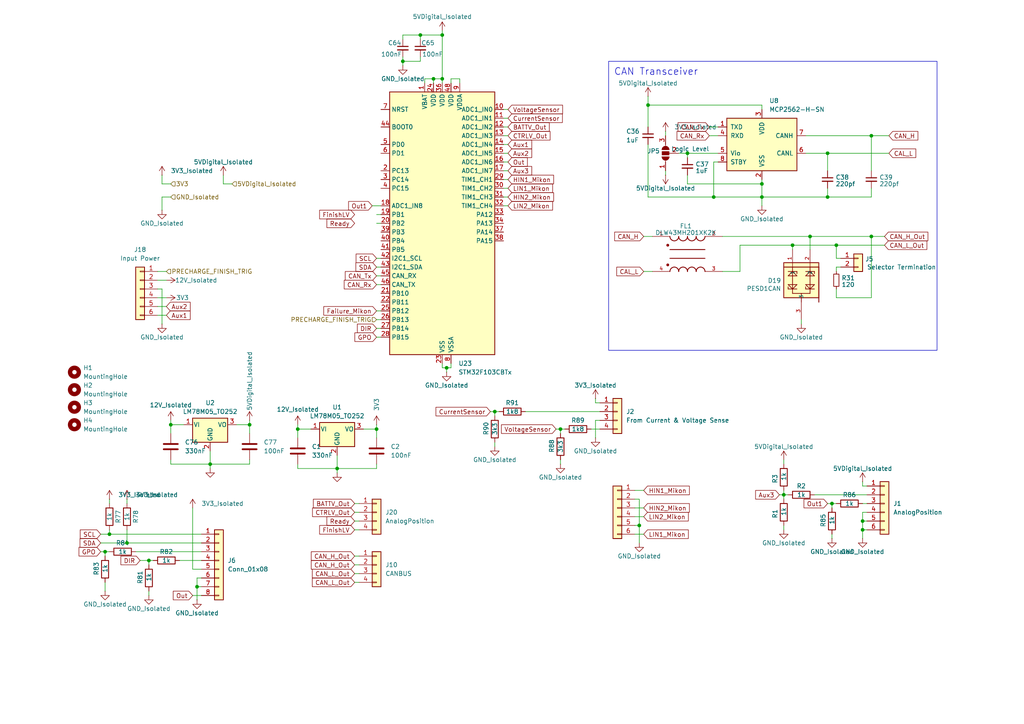
<source format=kicad_sch>
(kicad_sch (version 20250114) (generator "eeschema") (generator_version "9.0")
  (paper "A4")
  (rectangle (start 176.53 17.78) (end 271.78 101.6))
  (text "CAN Transceiver" (at 178.054 22.098 0) (effects (font (size 2.0066 2.0066)) (justify left bottom)))
  (junction (at 86.36 124.46))
  (junction (at 129.54 106.68))
  (junction (at 229.87 71.12))
  (junction (at 121.92 10.16))
  (junction (at 97.79 135.89))
  (junction (at 252.73 39.37))
  (junction (at 109.22 124.46))
  (junction (at 128.27 10.16))
  (junction (at 162.56 124.46))
  (junction (at 240.03 44.45))
  (junction (at 143.51 119.38))
  (junction (at 57.15 170.18))
  (junction (at 252.73 68.58))
  (junction (at 250.19 153.67))
  (junction (at 220.98 57.15))
  (junction (at 116.84 17.78))
  (junction (at 250.19 151.13))
  (junction (at 242.57 71.12))
  (junction (at 185.42 152.4))
  (junction (at 234.95 68.58))
  (junction (at 49.53 123.19))
  (junction (at 72.39 123.19))
  (junction (at 240.03 57.15))
  (junction (at 227.33 143.51))
  (junction (at 199.39 44.45))
  (junction (at 128.27 22.86))
  (junction (at 30.48 160.02))
  (junction (at 43.18 162.56))
  (junction (at 187.96 30.48))
  (junction (at 125.73 22.86))
  (junction (at 31.75 154.94))
  (junction (at 60.96 134.62))
  (junction (at 241.3 146.05))
  (junction (at 207.01 57.15))
  (junction (at 36.83 157.48))
  (junction (at 220.98 53.34))
  (wire (pts (xy 162.56 133.35) (xy 162.56 134.62)))
  (wire (pts (xy 172.72 121.92) (xy 173.99 121.92)))
  (wire (pts (xy 60.96 135.89) (xy 60.96 134.62)))
  (wire (pts (xy 242.57 83.82) (xy 242.57 86.36)))
  (wire (pts (xy 250.19 151.13) (xy 251.46 151.13)))
  (wire (pts (xy 250.19 151.13) (xy 250.19 153.67)))
  (wire (pts (xy 220.98 57.15) (xy 220.98 59.69)))
  (wire (pts (xy 48.26 91.44) (xy 45.72 91.44)))
  (wire (pts (xy 29.21 154.94) (xy 31.75 154.94)))
  (wire (pts (xy 147.32 44.45) (xy 146.05 44.45)))
  (wire (pts (xy 220.98 30.48) (xy 220.98 31.75)))
  (wire (pts (xy 48.26 86.36) (xy 45.72 86.36)))
  (wire (pts (xy 49.53 134.62) (xy 60.96 134.62)))
  (wire (pts (xy 207.01 46.99) (xy 207.01 57.15)))
  (wire (pts (xy 252.73 39.37) (xy 252.73 49.53)))
  (wire (pts (xy 147.32 57.15) (xy 146.05 57.15)))
  (wire (pts (xy 252.73 68.58) (xy 252.73 86.36)))
  (wire (pts (xy 233.68 39.37) (xy 252.73 39.37)))
  (wire (pts (xy 102.87 161.29) (xy 104.14 161.29)))
  (wire (pts (xy 86.36 134.62) (xy 86.36 135.89)))
  (wire (pts (xy 109.22 74.93) (xy 110.49 74.93)))
  (wire (pts (xy 55.88 172.72) (xy 58.42 172.72)))
  (wire (pts (xy 184.15 149.86) (xy 186.69 149.86)))
  (wire (pts (xy 133.35 22.86) (xy 130.81 22.86)))
  (wire (pts (xy 234.95 68.58) (xy 252.73 68.58)))
  (wire (pts (xy 236.22 143.51) (xy 251.46 143.51)))
  (wire (pts (xy 49.53 123.19) (xy 49.53 125.73)))
  (wire (pts (xy 107.95 59.69) (xy 110.49 59.69)))
  (wire (pts (xy 147.32 54.61) (xy 146.05 54.61)))
  (wire (pts (xy 104.14 146.05) (xy 102.87 146.05)))
  (wire (pts (xy 116.84 11.43) (xy 116.84 10.16)))
  (wire (pts (xy 129.54 106.68) (xy 129.54 107.95)))
  (wire (pts (xy 240.03 44.45) (xy 257.81 44.45)))
  (wire (pts (xy 72.39 134.62) (xy 60.96 134.62)))
  (wire (pts (xy 209.55 78.74) (xy 214.63 78.74)))
  (wire (pts (xy 31.75 153.67) (xy 31.75 154.94)))
  (wire (pts (xy 147.32 36.83) (xy 146.05 36.83)))
  (wire (pts (xy 130.81 106.68) (xy 129.54 106.68)))
  (wire (pts (xy 250.19 148.59) (xy 250.19 151.13)))
  (wire (pts (xy 147.32 39.37) (xy 146.05 39.37)))
  (wire (pts (xy 252.73 54.61) (xy 252.73 57.15)))
  (wire (pts (xy 109.22 124.46) (xy 109.22 127)))
  (wire (pts (xy 142.24 119.38) (xy 143.51 119.38)))
  (wire (pts (xy 171.45 124.46) (xy 173.99 124.46)))
  (wire (pts (xy 86.36 124.46) (xy 86.36 127)))
  (wire (pts (xy 102.87 166.37) (xy 104.14 166.37)))
  (wire (pts (xy 121.92 10.16) (xy 128.27 10.16)))
  (wire (pts (xy 193.04 38.1) (xy 193.04 39.37)))
  (wire (pts (xy 184.15 142.24) (xy 186.69 142.24)))
  (wire (pts (xy 30.48 168.91) (xy 30.48 171.45)))
  (wire (pts (xy 252.73 68.58) (xy 256.54 68.58)))
  (wire (pts (xy 109.22 77.47) (xy 110.49 77.47)))
  (wire (pts (xy 58.42 170.18) (xy 57.15 170.18)))
  (wire (pts (xy 128.27 106.68) (xy 129.54 106.68)))
  (wire (pts (xy 48.26 88.9) (xy 45.72 88.9)))
  (wire (pts (xy 234.95 68.58) (xy 234.95 72.39)))
  (wire (pts (xy 205.74 36.83) (xy 208.28 36.83)))
  (wire (pts (xy 172.72 116.84) (xy 173.99 116.84)))
  (wire (pts (xy 110.49 80.01) (xy 109.22 80.01)))
  (wire (pts (xy 109.22 97.79) (xy 110.49 97.79)))
  (wire (pts (xy 229.87 71.12) (xy 229.87 72.39)))
  (wire (pts (xy 109.22 135.89) (xy 97.79 135.89)))
  (wire (pts (xy 30.48 160.02) (xy 31.75 160.02)))
  (wire (pts (xy 128.27 22.86) (xy 125.73 22.86)))
  (wire (pts (xy 196.85 44.45) (xy 199.39 44.45)))
  (wire (pts (xy 184.15 152.4) (xy 185.42 152.4)))
  (wire (pts (xy 45.72 83.82) (xy 46.99 83.82)))
  (wire (pts (xy 241.3 146.05) (xy 242.57 146.05)))
  (wire (pts (xy 242.57 71.12) (xy 256.54 71.12)))
  (wire (pts (xy 109.22 124.46) (xy 109.22 123.19)))
  (wire (pts (xy 72.39 123.19) (xy 72.39 121.92)))
  (wire (pts (xy 102.87 163.83) (xy 104.14 163.83)))
  (wire (pts (xy 250.19 139.7) (xy 250.19 140.97)))
  (wire (pts (xy 123.19 22.86) (xy 123.19 24.13)))
  (wire (pts (xy 172.72 115.57) (xy 172.72 116.84)))
  (wire (pts (xy 30.48 160.02) (xy 30.48 161.29)))
  (wire (pts (xy 105.41 124.46) (xy 109.22 124.46)))
  (wire (pts (xy 130.81 22.86) (xy 130.81 24.13)))
  (wire (pts (xy 57.15 167.64) (xy 57.15 170.18)))
  (wire (pts (xy 130.81 105.41) (xy 130.81 106.68)))
  (wire (pts (xy 187.96 36.83) (xy 187.96 30.48)))
  (wire (pts (xy 242.57 86.36) (xy 252.73 86.36)))
  (wire (pts (xy 227.33 152.4) (xy 227.33 153.67)))
  (wire (pts (xy 147.32 46.99) (xy 146.05 46.99)))
  (wire (pts (xy 55.88 165.1) (xy 58.42 165.1)))
  (wire (pts (xy 147.32 34.29) (xy 146.05 34.29)))
  (wire (pts (xy 152.4 119.38) (xy 173.99 119.38)))
  (wire (pts (xy 227.33 133.35) (xy 227.33 134.62)))
  (wire (pts (xy 187.96 57.15) (xy 207.01 57.15)))
  (wire (pts (xy 46.99 57.15) (xy 46.99 60.96)))
  (wire (pts (xy 250.19 153.67) (xy 250.19 156.21)))
  (wire (pts (xy 49.53 133.35) (xy 49.53 134.62)))
  (wire (pts (xy 109.22 92.71) (xy 110.49 92.71)))
  (wire (pts (xy 232.41 93.98) (xy 232.41 92.71)))
  (wire (pts (xy 57.15 170.18) (xy 57.15 173.99)))
  (wire (pts (xy 36.83 144.78) (xy 36.83 146.05)))
  (wire (pts (xy 186.69 68.58) (xy 189.23 68.58)))
  (wire (pts (xy 60.96 134.62) (xy 60.96 130.81)))
  (wire (pts (xy 147.32 59.69) (xy 146.05 59.69)))
  (wire (pts (xy 64.77 53.34) (xy 67.31 53.34)))
  (wire (pts (xy 172.72 121.92) (xy 172.72 127)))
  (wire (pts (xy 104.14 153.67) (xy 102.87 153.67)))
  (wire (pts (xy 207.01 57.15) (xy 220.98 57.15)))
  (wire (pts (xy 102.87 168.91) (xy 104.14 168.91)))
  (wire (pts (xy 104.14 148.59) (xy 102.87 148.59)))
  (wire (pts (xy 193.04 49.53) (xy 193.04 50.8)))
  (wire (pts (xy 252.73 39.37) (xy 257.81 39.37)))
  (wire (pts (xy 162.56 124.46) (xy 163.83 124.46)))
  (wire (pts (xy 143.51 119.38) (xy 143.51 120.65)))
  (wire (pts (xy 242.57 74.93) (xy 243.84 74.93)))
  (wire (pts (xy 199.39 50.8) (xy 199.39 53.34)))
  (wire (pts (xy 121.92 10.16) (xy 121.92 11.43)))
  (wire (pts (xy 250.19 148.59) (xy 251.46 148.59)))
  (wire (pts (xy 133.35 24.13) (xy 133.35 22.86)))
  (wire (pts (xy 199.39 53.34) (xy 220.98 53.34)))
  (wire (pts (xy 220.98 52.07) (xy 220.98 53.34)))
  (wire (pts (xy 121.92 16.51) (xy 121.92 17.78)))
  (wire (pts (xy 36.83 157.48) (xy 58.42 157.48)))
  (wire (pts (xy 97.79 135.89) (xy 97.79 132.08)))
  (wire (pts (xy 86.36 135.89) (xy 97.79 135.89)))
  (wire (pts (xy 55.88 147.32) (xy 55.88 165.1)))
  (wire (pts (xy 104.14 151.13) (xy 102.87 151.13)))
  (wire (pts (xy 48.26 78.74) (xy 45.72 78.74)))
  (wire (pts (xy 229.87 71.12) (xy 242.57 71.12)))
  (wire (pts (xy 128.27 105.41) (xy 128.27 106.68)))
  (wire (pts (xy 72.39 123.19) (xy 72.39 125.73)))
  (wire (pts (xy 185.42 144.78) (xy 185.42 152.4)))
  (wire (pts (xy 49.53 123.19) (xy 53.34 123.19)))
  (wire (pts (xy 250.19 153.67) (xy 251.46 153.67)))
  (wire (pts (xy 227.33 143.51) (xy 227.33 144.78)))
  (wire (pts (xy 46.99 50.8) (xy 46.99 53.34)))
  (wire (pts (xy 116.84 10.16) (xy 121.92 10.16)))
  (wire (pts (xy 125.73 22.86) (xy 123.19 22.86)))
  (wire (pts (xy 31.75 144.78) (xy 31.75 146.05)))
  (wire (pts (xy 68.58 123.19) (xy 72.39 123.19)))
  (wire (pts (xy 250.19 146.05) (xy 251.46 146.05)))
  (wire (pts (xy 45.72 81.28) (xy 48.26 81.28)))
  (wire (pts (xy 72.39 133.35) (xy 72.39 134.62)))
  (wire (pts (xy 86.36 123.19) (xy 86.36 124.46)))
  (wire (pts (xy 199.39 45.72) (xy 199.39 44.45)))
  (wire (pts (xy 64.77 50.8) (xy 64.77 53.34)))
  (wire (pts (xy 109.22 64.77) (xy 110.49 64.77)))
  (wire (pts (xy 109.22 62.23) (xy 110.49 62.23)))
  (wire (pts (xy 49.53 121.92) (xy 49.53 123.19)))
  (wire (pts (xy 240.03 146.05) (xy 241.3 146.05)))
  (wire (pts (xy 185.42 152.4) (xy 185.42 157.48)))
  (wire (pts (xy 52.07 162.56) (xy 58.42 162.56)))
  (wire (pts (xy 147.32 41.91) (xy 146.05 41.91)))
  (wire (pts (xy 29.21 157.48) (xy 36.83 157.48)))
  (wire (pts (xy 49.53 57.15) (xy 46.99 57.15)))
  (wire (pts (xy 187.96 30.48) (xy 220.98 30.48)))
  (wire (pts (xy 147.32 49.53) (xy 146.05 49.53)))
  (wire (pts (xy 128.27 22.86) (xy 128.27 24.13)))
  (wire (pts (xy 29.21 160.02) (xy 30.48 160.02)))
  (wire (pts (xy 116.84 16.51) (xy 116.84 17.78)))
  (wire (pts (xy 128.27 8.89) (xy 128.27 10.16)))
  (wire (pts (xy 147.32 52.07) (xy 146.05 52.07)))
  (wire (pts (xy 186.69 78.74) (xy 189.23 78.74)))
  (wire (pts (xy 125.73 22.86) (xy 125.73 24.13)))
  (wire (pts (xy 250.19 140.97) (xy 251.46 140.97)))
  (wire (pts (xy 121.92 17.78) (xy 116.84 17.78)))
  (wire (pts (xy 252.73 57.15) (xy 240.03 57.15)))
  (wire (pts (xy 161.29 124.46) (xy 162.56 124.46)))
  (wire (pts (xy 220.98 53.34) (xy 220.98 57.15)))
  (wire (pts (xy 199.39 44.45) (xy 208.28 44.45)))
  (wire (pts (xy 214.63 71.12) (xy 229.87 71.12)))
  (wire (pts (xy 185.42 144.78) (xy 184.15 144.78)))
  (wire (pts (xy 40.64 162.56) (xy 43.18 162.56)))
  (wire (pts (xy 58.42 167.64) (xy 57.15 167.64)))
  (wire (pts (xy 147.32 31.75) (xy 146.05 31.75)))
  (wire (pts (xy 241.3 154.94) (xy 241.3 156.21)))
  (wire (pts (xy 187.96 27.94) (xy 187.96 30.48)))
  (wire (pts (xy 43.18 171.45) (xy 43.18 172.72)))
  (wire (pts (xy 143.51 119.38) (xy 144.78 119.38)))
  (wire (pts (xy 208.28 46.99) (xy 207.01 46.99)))
  (wire (pts (xy 46.99 53.34) (xy 49.53 53.34)))
  (wire (pts (xy 97.79 137.16) (xy 97.79 135.89)))
  (wire (pts (xy 184.15 147.32) (xy 186.69 147.32)))
  (wire (pts (xy 116.84 17.78) (xy 116.84 19.05)))
  (wire (pts (xy 209.55 68.58) (xy 234.95 68.58)))
  (wire (pts (xy 214.63 78.74) (xy 214.63 71.12)))
  (wire (pts (xy 109.22 95.25) (xy 110.49 95.25)))
  (wire (pts (xy 162.56 124.46) (xy 162.56 125.73)))
  (wire (pts (xy 240.03 44.45) (xy 240.03 49.53)))
  (wire (pts (xy 187.96 41.91) (xy 187.96 57.15)))
  (wire (pts (xy 43.18 162.56) (xy 44.45 162.56)))
  (wire (pts (xy 233.68 44.45) (xy 240.03 44.45)))
  (wire (pts (xy 241.3 146.05) (xy 241.3 147.32)))
  (wire (pts (xy 242.57 77.47) (xy 243.84 77.47)))
  (wire (pts (xy 109.22 90.17) (xy 110.49 90.17)))
  (wire (pts (xy 143.51 128.27) (xy 143.51 129.54)))
  (wire (pts (xy 36.83 153.67) (xy 36.83 157.48)))
  (wire (pts (xy 31.75 154.94) (xy 58.42 154.94)))
  (wire (pts (xy 227.33 143.51) (xy 228.6 143.51)))
  (wire (pts (xy 110.49 82.55) (xy 109.22 82.55)))
  (wire (pts (xy 86.36 124.46) (xy 90.17 124.46)))
  (wire (pts (xy 128.27 10.16) (xy 128.27 22.86)))
  (wire (pts (xy 242.57 78.74) (xy 242.57 77.47)))
  (wire (pts (xy 205.74 39.37) (xy 208.28 39.37)))
  (wire (pts (xy 226.06 143.51) (xy 227.33 143.51)))
  (wire (pts (xy 227.33 142.24) (xy 227.33 143.51)))
  (wire (pts (xy 46.99 83.82) (xy 46.99 93.98)))
  (wire (pts (xy 240.03 57.15) (xy 220.98 57.15)))
  (wire (pts (xy 240.03 54.61) (xy 240.03 57.15)))
  (wire (pts (xy 43.18 162.56) (xy 43.18 163.83)))
  (wire (pts (xy 109.22 134.62) (xy 109.22 135.89)))
  (wire (pts (xy 184.15 154.94) (xy 186.69 154.94)))
  (wire (pts (xy 39.37 160.02) (xy 58.42 160.02)))
  (wire (pts (xy 242.57 74.93) (xy 242.57 71.12)))
  (global_label "Out" (shape input) (at 55.88 172.72 180) (property "Intersheetrefs" "${INTERSHEET_REFS}" (effects (hide yes))))
  (global_label "CAN_H_Out" (shape input) (at 256.54 68.58 0) (property "Intersheetrefs" "${INTERSHEET_REFS}" (effects (hide yes))))
  (global_label "SDA" (shape input) (at 109.22 77.47 180) (property "Intersheetrefs" "${INTERSHEET_REFS}" (effects (hide yes))))
  (global_label "CurrentSensor" (shape input) (at 142.24 119.38 180) (property "Intersheetrefs" "${INTERSHEET_REFS}" (effects (hide yes))))
  (global_label "Out1" (shape input) (at 240.03 146.05 180) (property "Intersheetrefs" "${INTERSHEET_REFS}" (effects (hide yes))))
  (global_label "SCL" (shape input) (at 109.22 74.93 180) (property "Intersheetrefs" "${INTERSHEET_REFS}" (effects (hide yes))))
  (global_label "LIN2_Mikon" (shape input) (at 186.69 149.86 0) (property "Intersheetrefs" "${INTERSHEET_REFS}" (effects (hide yes))))
  (global_label "Ready" (shape input) (at 102.87 64.77 180) (property "Intersheetrefs" "${INTERSHEET_REFS}" (effects (hide yes))))
  (global_label "HIN1_Mikon" (shape input) (at 147.32 52.07 0) (property "Intersheetrefs" "${INTERSHEET_REFS}" (effects (hide yes))))
  (global_label "LIN1_Mikon" (shape input) (at 186.69 154.94 0) (property "Intersheetrefs" "${INTERSHEET_REFS}" (effects (hide yes))))
  (global_label "Aux1" (shape input) (at 147.32 41.91 0) (property "Intersheetrefs" "${INTERSHEET_REFS}" (effects (hide yes))))
  (global_label "CTRLV_Out" (shape input) (at 147.32 39.37 0) (property "Intersheetrefs" "${INTERSHEET_REFS}" (effects (hide yes))))
  (global_label "SDA" (shape input) (at 29.21 157.48 180) (property "Intersheetrefs" "${INTERSHEET_REFS}" (effects (hide yes))))
  (global_label "VoltageSensor" (shape input) (at 161.29 124.46 180) (property "Intersheetrefs" "${INTERSHEET_REFS}" (effects (hide yes))))
  (global_label "CAN_Rx" (shape input) (at 109.22 82.55 180) (property "Intersheetrefs" "${INTERSHEET_REFS}" (effects (hide yes))))
  (global_label "Aux1" (shape input) (at 48.26 91.44 0) (property "Intersheetrefs" "${INTERSHEET_REFS}" (effects (hide yes))))
  (global_label "CAN_H_Out" (shape input) (at 102.87 163.83 180) (property "Intersheetrefs" "${INTERSHEET_REFS}" (effects (hide yes))))
  (global_label "CAN_L_Out" (shape input) (at 256.54 71.12 0) (property "Intersheetrefs" "${INTERSHEET_REFS}" (effects (hide yes))))
  (global_label "CAN_L_Out" (shape input) (at 102.87 166.37 180) (property "Intersheetrefs" "${INTERSHEET_REFS}" (effects (hide yes))))
  (global_label "FinishLV" (shape input) (at 102.87 153.67 180) (property "Intersheetrefs" "${INTERSHEET_REFS}" (effects (hide yes))))
  (global_label "Ready" (shape input) (at 102.87 151.13 180) (property "Intersheetrefs" "${INTERSHEET_REFS}" (effects (hide yes))))
  (global_label "FinishLV" (shape input) (at 102.87 62.23 180) (property "Intersheetrefs" "${INTERSHEET_REFS}" (effects (hide yes))))
  (global_label "VoltageSensor" (shape input) (at 147.32 31.75 0) (property "Intersheetrefs" "${INTERSHEET_REFS}" (effects (hide yes))))
  (global_label "BATTV_Out" (shape input) (at 102.87 146.05 180) (property "Intersheetrefs" "${INTERSHEET_REFS}" (effects (hide yes))))
  (global_label "CAN_Rx" (shape input) (at 205.74 39.37 180) (property "Intersheetrefs" "${INTERSHEET_REFS}" (effects (hide yes))))
  (global_label "DIR" (shape input) (at 40.64 162.56 180) (property "Intersheetrefs" "${INTERSHEET_REFS}" (effects (hide yes))))
  (global_label "CAN_H" (shape input) (at 257.81 39.37 0) (property "Intersheetrefs" "${INTERSHEET_REFS}" (effects (hide yes))))
  (global_label "Out1" (shape input) (at 107.95 59.69 180) (property "Intersheetrefs" "${INTERSHEET_REFS}" (effects (hide yes))))
  (global_label "Failure_Mikon" (shape input) (at 109.22 90.17 180) (property "Intersheetrefs" "${INTERSHEET_REFS}" (effects (hide yes))))
  (global_label "Aux2" (shape input) (at 48.26 88.9 0) (property "Intersheetrefs" "${INTERSHEET_REFS}" (effects (hide yes))))
  (global_label "CAN_Tx" (shape input) (at 205.74 36.83 180) (property "Intersheetrefs" "${INTERSHEET_REFS}" (effects (hide yes))))
  (global_label "CAL_L" (shape input) (at 186.69 78.74 180) (property "Intersheetrefs" "${INTERSHEET_REFS}" (effects (hide yes))))
  (global_label "GPO" (shape input) (at 29.21 160.02 180) (property "Intersheetrefs" "${INTERSHEET_REFS}" (effects (hide yes))))
  (global_label "CTRLV_Out" (shape input) (at 102.87 148.59 180) (property "Intersheetrefs" "${INTERSHEET_REFS}" (effects (hide yes))))
  (global_label "BATTV_Out" (shape input) (at 147.32 36.83 0) (property "Intersheetrefs" "${INTERSHEET_REFS}" (effects (hide yes))))
  (global_label "Out" (shape input) (at 147.32 46.99 0) (property "Intersheetrefs" "${INTERSHEET_REFS}" (effects (hide yes))))
  (global_label "CurrentSensor" (shape input) (at 147.32 34.29 0) (property "Intersheetrefs" "${INTERSHEET_REFS}" (effects (hide yes))))
  (global_label "Aux3" (shape input) (at 147.32 49.53 0) (property "Intersheetrefs" "${INTERSHEET_REFS}" (effects (hide yes))))
  (global_label "GPO" (shape input) (at 109.22 97.79 180) (property "Intersheetrefs" "${INTERSHEET_REFS}" (effects (hide yes))))
  (global_label "CAN_L_Out" (shape input) (at 102.87 168.91 180) (property "Intersheetrefs" "${INTERSHEET_REFS}" (effects (hide yes))))
  (global_label "DIR" (shape input) (at 109.22 95.25 180) (property "Intersheetrefs" "${INTERSHEET_REFS}" (effects (hide yes))))
  (global_label "LIN2_Mikon" (shape input) (at 147.32 59.69 0) (property "Intersheetrefs" "${INTERSHEET_REFS}" (effects (hide yes))))
  (global_label "HIN2_Mikon" (shape input) (at 186.69 147.32 0) (property "Intersheetrefs" "${INTERSHEET_REFS}" (effects (hide yes))))
  (global_label "HIN1_Mikon" (shape input) (at 186.69 142.24 0) (property "Intersheetrefs" "${INTERSHEET_REFS}" (effects (hide yes))))
  (global_label "CAL_L" (shape input) (at 257.81 44.45 0) (property "Intersheetrefs" "${INTERSHEET_REFS}" (effects (hide yes))))
  (global_label "Aux2" (shape input) (at 147.32 44.45 0) (property "Intersheetrefs" "${INTERSHEET_REFS}" (effects (hide yes))))
  (global_label "CAN_H_Out" (shape input) (at 102.87 161.29 180) (property "Intersheetrefs" "${INTERSHEET_REFS}" (effects (hide yes))))
  (global_label "CAN_H" (shape input) (at 186.69 68.58 180) (property "Intersheetrefs" "${INTERSHEET_REFS}" (effects (hide yes))))
  (global_label "CAN_Tx" (shape input) (at 109.22 80.01 180) (property "Intersheetrefs" "${INTERSHEET_REFS}" (effects (hide yes))))
  (global_label "HIN2_Mikon" (shape input) (at 147.32 57.15 0) (property "Intersheetrefs" "${INTERSHEET_REFS}" (effects (hide yes))))
  (global_label "Aux3" (shape input) (at 226.06 143.51 180) (property "Intersheetrefs" "${INTERSHEET_REFS}" (effects (hide yes))))
  (global_label "LIN1_Mikon" (shape input) (at 147.32 54.61 0) (property "Intersheetrefs" "${INTERSHEET_REFS}" (effects (hide yes))))
  (global_label "SCL" (shape input) (at 29.21 154.94 180) (property "Intersheetrefs" "${INTERSHEET_REFS}" (effects (hide yes))))
  (hierarchical_label "3V3" (shape input) (at 49.53 53.34 0))
  (hierarchical_label "PRECHARGE_FINISH_TRIG" (shape input) (at 109.22 92.71 180))
  (hierarchical_label "5VDigital_Isolated" (shape input) (at 67.31 53.34 0))
  (hierarchical_label "PRECHARGE_FINISH_TRIG" (shape input) (at 48.26 78.74 0))
  (hierarchical_label "GND_Isolated" (shape input) (at 49.53 57.15 0))
  (symbol (lib_id "Device:R") (at 36.83 149.86 0) (unit 1)
    (property "Reference" "R78" (at 39.37 149.86 90))
    (property "Value" "1k" (at 36.83 149.86 90))
    (property "Footprint" "Resistor_SMD:R_0805_2012Metric" (effects (hide yes)))
    (property "Description" "Resistor" (effects (hide yes)))
  )
  (symbol (lib_id "power:GND") (at 143.51 129.54 0) (unit 1)
    (property "Reference" "#PWR0164" (effects (hide yes)))
    (property "Value" "GND_Isolated" (at 143.51 133.35 0))
    (property "Description" "Power symbol creates a global label with name \"GND\" , ground" (effects (hide yes)))
  )
  (symbol (lib_id "power:+48V") (at 55.88 147.32 0) (unit 1)
    (property "Reference" "#PWR02" (effects (hide yes)))
    (property "Value" "3V3_Isolated" (at 58.42 146.0499 0) (effects (justify left)))
    (property "Description" "Power symbol creates a global label with name \"+48V\"" (effects (hide yes)))
  )
  (symbol (lib_id "power:GND") (at 185.42 157.48 0) (unit 1)
    (property "Reference" "#PWR017" (effects (hide yes)))
    (property "Value" "GND_Isolated" (at 185.42 161.29 0))
    (property "Description" "Power symbol creates a global label with name \"GND\" , ground" (effects (hide yes)))
  )
  (symbol (lib_id "Device:R") (at 148.59 119.38 90) (unit 1)
    (property "Reference" "R91" (at 148.59 116.84 90))
    (property "Value" "1k8" (at 148.59 119.38 90))
    (property "Footprint" "Resistor_SMD:R_0805_2012Metric" (effects (hide yes)))
    (property "Description" "Resistor" (effects (hide yes)))
  )
  (symbol (lib_id "Device:R") (at 30.48 165.1 180) (unit 1)
    (property "Reference" "R83" (at 27.94 166.878 90) (effects (justify right)))
    (property "Value" "1k" (at 30.48 166.116 90) (effects (justify right)))
    (property "Footprint" "Resistor_SMD:R_0805_2012Metric" (effects (hide yes)))
    (property "Description" "Resistor" (effects (hide yes)))
  )
  (symbol (lib_id "power:+48V") (at 48.26 86.36 270) (mirror x) (unit 1)
    (property "Reference" "#PWR048" (effects (hide yes)))
    (property "Value" "3V3" (at 51.054 86.36 90) (effects (justify left)))
    (property "Description" "Power symbol creates a global label with name \"+48V\"" (effects (hide yes)))
  )
  (symbol (lib_id "DLW43MH201XK2K:DLW43MH201XK2K") (at 199.39 73.66 0) (unit 1)
    (property "Reference" "FL1" (at 198.9328 65.5701 0))
    (property "Value" "DLW43MH201XK2K" (at 198.9328 67.4911 0))
    (property "Footprint" "DLW43MH201XK2K:DLW43" (effects (hide yes)))
    (property "MANUFACTURER" "Murata" (effects (hide yes)))
    (property "PARTREV" "N/A" (effects (hide yes)))
    (property "STANDARD" "Manufacturer Recommendations" (effects (hide yes)))
    (property "MAXIMUM_PACKAGE_HEIGHT" "2.90mm" (effects (hide yes)))
  )
  (symbol (lib_id "power:GND") (at 232.41 93.98 0) (unit 1)
    (property "Reference" "#PWR075" (effects (hide yes)))
    (property "Value" "GND_Isolated" (at 232.41 97.79 0))
    (property "Description" "Power symbol creates a global label with name \"GND\" , ground" (effects (hide yes)))
  )
  (symbol (lib_id "Device:C_Small") (at 240.03 52.07 0) (unit 1)
    (property "Reference" "C38" (at 242.3541 51.4326 0) (effects (justify left)))
    (property "Value" "220pf" (at 242.3541 53.3536 0) (effects (justify left)))
    (property "Footprint" "Capacitor_SMD:C_0805_2012Metric" (effects (hide yes)))
  )
  (symbol (lib_id "Device:R") (at 48.26 162.56 90) (unit 1)
    (property "Reference" "R82" (at 48.26 160.02 90))
    (property "Value" "1k" (at 48.26 162.56 90))
    (property "Footprint" "Resistor_SMD:R_0805_2012Metric" (effects (hide yes)))
    (property "Description" "Resistor" (effects (hide yes)))
  )
  (symbol (lib_id "power:GND") (at 172.72 127 0) (unit 1)
    (property "Reference" "#PWR013" (effects (hide yes)))
    (property "Value" "GND_Isolated" (at 172.72 130.81 0))
    (property "Description" "Power symbol creates a global label with name \"GND\" , ground" (effects (hide yes)))
  )
  (symbol (lib_id "power:GND") (at 46.99 60.96 0) (unit 1)
    (property "Reference" "#PWR070" (effects (hide yes)))
    (property "Value" "GND_Isolated" (at 46.99 64.77 0))
    (property "Description" "Power symbol creates a global label with name \"GND\" , ground" (effects (hide yes)))
  )
  (symbol (lib_id "Device:R") (at 246.38 146.05 90) (unit 1)
    (property "Reference" "R86" (at 246.38 143.51 90))
    (property "Value" "1k" (at 246.38 146.05 90))
    (property "Footprint" "Resistor_SMD:R_0805_2012Metric" (effects (hide yes)))
    (property "Description" "Resistor" (effects (hide yes)))
  )
  (symbol (lib_id "power:+48V") (at 36.83 144.78 0) (unit 1)
    (property "Reference" "#PWR0118" (effects (hide yes)))
    (property "Value" "3V3_Isolated" (at 39.37 143.5099 0) (effects (justify left)))
    (property "Description" "Power symbol creates a global label with name \"+48V\"" (effects (hide yes)))
  )
  (symbol (lib_id "Device:C_Small") (at 199.39 48.26 0) (unit 1)
    (property "Reference" "C37" (at 201.7141 47.6226 0) (effects (justify left)))
    (property "Value" "1uF" (at 201.7141 49.5436 0) (effects (justify left)))
    (property "Footprint" "Capacitor_SMD:C_0805_2012Metric" (effects (hide yes)))
  )
  (symbol (lib_id "power:GND") (at 129.54 107.95 0) (unit 1)
    (property "Reference" "#PWR0167" (effects (hide yes)))
    (property "Value" "GND_Isolated" (at 129.54 111.76 0))
    (property "Description" "Power symbol creates a global label with name \"GND\" , ground" (effects (hide yes)))
  )
  (symbol (lib_id "Connector_Generic:Conn_01x04") (at 109.22 148.59 0) (unit 1)
    (property "Reference" "J20" (at 111.76 148.5899 0) (effects (justify left)))
    (property "Value" "AnalogPosition" (at 111.76 151.1299 0) (effects (justify left)))
    (property "Footprint" "Connector_PinHeader_2.54mm:PinHeader_1x04_P2.54mm_Vertical" (effects (hide yes)))
    (property "Description" "Generic connector, single row, 01x04, script generated (kicad-library-utils/schlib/autogen/connector/)" (effects (hide yes)))
  )
  (symbol (lib_id "Device:C_Small") (at 187.96 39.37 0) (unit 1)
    (property "Reference" "C36" (at 181.61 38.1 0) (effects (justify left)))
    (property "Value" "1uF" (at 181.61 40.64 0) (effects (justify left)))
    (property "Footprint" "Capacitor_SMD:C_0805_2012Metric" (effects (hide yes)))
  )
  (symbol (lib_id "Device:C_Small") (at 121.92 13.97 0) (unit 1)
    (property "Reference" "C65" (at 122.174 12.446 0) (effects (justify left)))
    (property "Value" "100nF" (at 122.428 15.748 0) (effects (justify left)))
    (property "Footprint" "Capacitor_SMD:C_0805_2012Metric" (effects (hide yes)))
  )
  (symbol (lib_id "power:GND") (at 57.15 173.99 0) (unit 1)
    (property "Reference" "#PWR03" (effects (hide yes)))
    (property "Value" "GND_Isolated" (at 57.15 177.8 0))
    (property "Description" "Power symbol creates a global label with name \"GND\" , ground" (effects (hide yes)))
  )
  (symbol (lib_id "Device:R") (at 31.75 149.86 0) (unit 1)
    (property "Reference" "R77" (at 34.29 149.86 90))
    (property "Value" "1k" (at 31.75 149.86 90))
    (property "Footprint" "Resistor_SMD:R_0805_2012Metric" (effects (hide yes)))
    (property "Description" "Resistor" (effects (hide yes)))
  )
  (symbol (lib_id "Device:R") (at 227.33 148.59 180) (unit 1)
    (property "Reference" "R1" (at 224.79 150.368 90) (effects (justify right)))
    (property "Value" "1k" (at 227.33 149.606 90) (effects (justify right)))
    (property "Footprint" "Resistor_SMD:R_0805_2012Metric" (effects (hide yes)))
    (property "Description" "Resistor" (effects (hide yes)))
  )
  (symbol (lib_id "power:GND") (at 46.99 93.98 0) (mirror y) (unit 1)
    (property "Reference" "#PWR050" (effects (hide yes)))
    (property "Value" "GND_Isolated" (at 46.99 97.79 0))
    (property "Description" "Power symbol creates a global label with name \"GND\" , ground" (effects (hide yes)))
  )
  (symbol (lib_id "power:GND") (at 60.96 135.89 0) (unit 1)
    (property "Reference" "#PWR0191" (effects (hide yes)))
    (property "Value" "GND_Isolated" (effects (hide yes)))
    (property "Description" "Power symbol creates a global label with name \"GND\" , ground" (effects (hide yes)))
  )
  (symbol (lib_id "Device:R") (at 35.56 160.02 90) (unit 1)
    (property "Reference" "R84" (at 35.56 157.48 90))
    (property "Value" "1k" (at 35.56 160.02 90))
    (property "Footprint" "Resistor_SMD:R_0805_2012Metric" (effects (hide yes)))
    (property "Description" "Resistor" (effects (hide yes)))
  )
  (symbol (lib_id "Connector_Generic:Conn_01x02") (at 248.92 74.93 0) (unit 1)
    (property "Reference" "J5" (at 250.952 75.1332 0) (effects (justify left)))
    (property "Value" "Selector Termination" (at 251.46 77.47 0) (effects (justify left)))
    (property "Footprint" "Jumper:SolderJumper-2_P1.3mm_Open_RoundedPad1.0x1.5mm" (effects (hide yes)))
  )
  (symbol (lib_id "power:+48V") (at 187.96 27.94 0) (unit 1)
    (property "Reference" "#PWR052" (effects (hide yes)))
    (property "Value" "5VDigital_Isolated" (at 187.96 24.13 0))
    (property "Description" "Power symbol creates a global label with name \"+48V\"" (effects (hide yes)))
  )
  (symbol (lib_id "power:+48V") (at 31.75 144.78 0) (unit 1)
    (property "Reference" "#PWR0117" (effects (hide yes)))
    (property "Value" "3V3_Isolated" (at 34.29 143.5099 0) (effects (justify left)))
    (property "Description" "Power symbol creates a global label with name \"+48V\"" (effects (hide yes)))
  )
  (symbol (lib_id "power:+48V") (at 193.04 50.8 180) (unit 1)
    (property "Reference" "#PWR0112" (effects (hide yes)))
    (property "Value" "5VDigital_Isolated" (at 193.04 54.61 0))
    (property "Description" "Power symbol creates a global label with name \"+48V\"" (effects (hide yes)))
  )
  (symbol (lib_id "power:GND") (at 43.18 172.72 0) (unit 1)
    (property "Reference" "#PWR0124" (effects (hide yes)))
    (property "Value" "GND_Isolated" (at 43.18 176.53 0))
    (property "Description" "Power symbol creates a global label with name \"GND\" , ground" (effects (hide yes)))
  )
  (symbol (lib_id "power:+48V") (at 172.72 115.57 0) (unit 1)
    (property "Reference" "#PWR014" (effects (hide yes)))
    (property "Value" "3V3_Isolated" (at 172.72 111.76 0))
    (property "Description" "Power symbol creates a global label with name \"+48V\"" (effects (hide yes)))
  )
  (symbol (lib_id "Mechanical:MountingHole") (at 21.59 113.03 0) (unit 1) (exclude_from_sim yes) (in_bom no)
    (property "Reference" "H2" (at 24.13 111.7599 0) (effects (justify left)))
    (property "Value" "MountingHole" (at 24.13 114.2999 0) (effects (justify left)))
    (property "Footprint" "MountingHole:MountingHole_3.2mm_M3_Pad" (effects (hide yes)))
    (property "Description" "Mounting Hole without connection" (effects (hide yes)))
  )
  (symbol (lib_id "Regulator_Linear:LM78M05_TO252") (at 97.79 124.46 0) (unit 1)
    (property "Reference" "U1" (at 97.79 118.11 0))
    (property "Value" "LM78M05_TO252" (at 97.79 120.65 0))
    (property "Footprint" "Package_TO_SOT_SMD:TO-252-2" (effects (hide yes)))
    (property "Datasheet" "https://www.onsemi.com/pub/Collateral/MC78M00-D.PDF" (effects (hide yes)))
    (property "Description" "Positive 500mA 35V Linear Regulator, Fixed Output 5V, TO-252 (D-PAK)" (effects (hide yes)))
  )
  (symbol (lib_id "Device:C") (at 109.22 130.81 180) (unit 1)
    (property "Reference" "C2" (at 113.3037 129.5399 0) (effects (justify right)))
    (property "Value" "100nF" (at 113.3037 132.0799 0) (effects (justify right)))
    (property "Footprint" "Capacitor_SMD:C_0805_2012Metric" (effects (hide yes)))
    (property "Description" "Unpolarized capacitor" (effects (hide yes)))
  )
  (symbol (lib_id "Connector_Generic:Conn_01x06") (at 256.54 146.05 0) (unit 1)
    (property "Reference" "J1" (at 259.08 146.0499 0) (effects (justify left)))
    (property "Value" "AnalogPosition" (at 259.08 148.5899 0) (effects (justify left)))
    (property "Footprint" "Connector_Molex:Molex_Mini-Fit_Jr_5569-06A2_2x03_P4.20mm_Horizontal" (effects (hide yes)))
    (property "Description" "Generic connector, single row, 01x06, script generated (kicad-library-utils/schlib/autogen/connector/)" (effects (hide yes)))
  )
  (symbol (lib_id "power:+48V") (at 64.77 50.8 0) (unit 1)
    (property "Reference" "#PWR071" (effects (hide yes)))
    (property "Value" "5VDigital_Isolated" (at 64.77 46.99 0))
    (property "Description" "Power symbol creates a global label with name \"+48V\"" (effects (hide yes)))
  )
  (symbol (lib_id "Mechanical:MountingHole") (at 21.59 118.11 0) (unit 1) (exclude_from_sim yes) (in_bom no)
    (property "Reference" "H3" (at 24.13 116.8399 0) (effects (justify left)))
    (property "Value" "MountingHole" (at 24.13 119.3799 0) (effects (justify left)))
    (property "Footprint" "MountingHole:MountingHole_3.2mm_M3_Pad" (effects (hide yes)))
    (property "Description" "Mounting Hole without connection" (effects (hide yes)))
  )
  (symbol (lib_id "Device:R") (at 162.56 129.54 180) (unit 1)
    (property "Reference" "R88" (at 160.02 131.318 90) (effects (justify right)))
    (property "Value" "3k3" (at 162.56 129.54 90))
    (property "Footprint" "Resistor_SMD:R_0805_2012Metric" (effects (hide yes)))
    (property "Description" "Resistor" (effects (hide yes)))
  )
  (symbol (lib_id "power:+48V") (at 227.33 133.35 0) (unit 1)
    (property "Reference" "#PWR04" (effects (hide yes)))
    (property "Value" "5VDigital_Isolated" (at 227.33 129.54 0))
    (property "Description" "Power symbol creates a global label with name \"+48V\"" (effects (hide yes)))
  )
  (symbol (lib_id "power:GND") (at 30.48 171.45 0) (unit 1)
    (property "Reference" "#PWR0125" (effects (hide yes)))
    (property "Value" "GND_Isolated" (at 30.48 175.26 0))
    (property "Description" "Power symbol creates a global label with name \"GND\" , ground" (effects (hide yes)))
  )
  (symbol (lib_id "Mechanical:MountingHole") (at 21.59 123.19 0) (unit 1) (exclude_from_sim yes) (in_bom no)
    (property "Reference" "H4" (at 24.13 121.9199 0) (effects (justify left)))
    (property "Value" "MountingHole" (at 24.13 124.4599 0) (effects (justify left)))
    (property "Footprint" "MountingHole:MountingHole_3.2mm_M3_Pad" (effects (hide yes)))
    (property "Description" "Mounting Hole without connection" (effects (hide yes)))
  )
  (symbol (lib_id "custom library:+14VTSMS") (at 86.36 123.19 0) (unit 1)
    (property "Reference" "#PWR05" (effects (hide yes)))
    (property "Value" "12V_Isolated" (at 86.36 118.745 0))
  )
  (symbol (lib_id "power:GND") (at 241.3 156.21 0) (unit 1)
    (property "Reference" "#PWR0126" (effects (hide yes)))
    (property "Value" "GND_Isolated" (at 241.3 160.02 0))
    (property "Description" "Power symbol creates a global label with name \"GND\" , ground" (effects (hide yes)))
  )
  (symbol (lib_id "Connector_Generic:Conn_01x06") (at 40.64 83.82 0) (mirror y) (unit 1)
    (property "Reference" "J18" (at 40.64 72.39 0))
    (property "Value" "Input Power" (at 40.64 74.93 0))
    (property "Footprint" "Connector_PinSocket_2.54mm:PinSocket_1x06_P2.54mm_Vertical" (effects (hide yes)))
    (property "Description" "Generic connector, single row, 01x06, script generated (kicad-library-utils/schlib/autogen/connector/)" (effects (hide yes)))
  )
  (symbol (lib_id "Device:R") (at 167.64 124.46 90) (unit 1)
    (property "Reference" "R89" (at 167.64 121.92 90))
    (property "Value" "1k8" (at 167.64 124.46 90))
    (property "Footprint" "Resistor_SMD:R_0805_2012Metric" (effects (hide yes)))
    (property "Description" "Resistor" (effects (hide yes)))
  )
  (symbol (lib_id "MCU_ST_STM32F1:STM32F103CBTx") (at 128.27 64.77 0) (unit 1)
    (property "Reference" "U23" (at 132.9533 105.41 0) (effects (justify left)))
    (property "Value" "STM32F103CBTx" (at 132.9533 107.95 0) (effects (justify left)))
    (property "Footprint" "STM32-Master:STM32F103CBT6" (effects (hide yes)))
    (property "Datasheet" "https://www.st.com/resource/en/datasheet/stm32f103cb.pdf" (effects (hide yes)))
    (property "Description" "STMicroelectronics Arm Cortex-M3 MCU, 128KB flash, 20KB RAM, 72 MHz, 2.0-3.6V, 37 GPIO, LQFP48" (effects (hide yes)))
    (pin "11" (alternate "ADC1_IN1"))
    (pin "15" (alternate "ADC1_IN5"))
    (pin "31" (alternate "TIM1_CH3"))
    (pin "32" (alternate "TIM1_CH4"))
    (pin "14" (alternate "ADC1_IN4"))
    (pin "13" (alternate "ADC1_IN3"))
    (pin "16" (alternate "ADC1_IN6"))
    (pin "29" (alternate "TIM1_CH1"))
    (pin "17" (alternate "ADC1_IN7"))
    (pin "30" (alternate "TIM1_CH2"))
    (pin "12" (alternate "ADC1_IN2"))
    (pin "33" (alternate "PA12"))
    (pin "19" (alternate "PB1"))
    (pin "18" (alternate "ADC1_IN8"))
    (pin "42" (alternate "I2C1_SCL"))
    (pin "43" (alternate "I2C1_SDA"))
    (pin "45" (alternate "CAN_RX"))
    (pin "46" (alternate "CAN_TX"))
    (pin "21" (alternate "PB10"))
    (pin "22" (alternate "PB11"))
    (pin "10" (alternate "ADC1_IN0"))
  )
  (symbol (lib_id "power:GND") (at 162.56 134.62 0) (unit 1)
    (property "Reference" "#PWR09" (effects (hide yes)))
    (property "Value" "GND_Isolated" (at 162.56 138.43 0))
    (property "Description" "Power symbol creates a global label with name \"GND\" , ground" (effects (hide yes)))
  )
  (symbol (lib_id "Connector_Generic:Conn_01x04") (at 179.07 119.38 0) (unit 1)
    (property "Reference" "J2" (at 181.61 119.3799 0) (effects (justify left)))
    (property "Value" "From Current & Voltage Sense" (at 181.61 121.9199 0) (effects (justify left)))
    (property "Footprint" "Connector_JST:JST_XH_B4B-XH-A_1x04_P2.50mm_Vertical" (effects (hide yes)))
    (property "Description" "Generic connector, single row, 01x04, script generated (kicad-library-utils/schlib/autogen/connector/)" (effects (hide yes)))
  )
  (symbol (lib_id "power:GND") (at 220.98 59.69 0) (unit 1)
    (property "Reference" "#PWR074" (effects (hide yes)))
    (property "Value" "GND_Isolated" (at 220.98 63.5 0))
    (property "Description" "Power symbol creates a global label with name \"GND\" , ground" (effects (hide yes)))
  )
  (symbol (lib_id "power:GND") (at 116.84 19.05 0) (unit 1)
    (property "Reference" "#PWR0138" (effects (hide yes)))
    (property "Value" "GND_Isolated" (at 116.84 22.86 0))
    (property "Description" "Power symbol creates a global label with name \"GND\" , ground" (effects (hide yes)))
  )
  (symbol (lib_id "power:+48V") (at 109.22 123.19 0) (unit 1)
    (property "Reference" "#PWR07" (effects (hide yes)))
    (property "Value" "3V3" (at 109.22 117.348 90))
    (property "Description" "Power symbol creates a global label with name \"+48V\"" (effects (hide yes)))
  )
  (symbol (lib_id "Device:R") (at 227.33 138.43 180) (unit 1)
    (property "Reference" "R3" (at 224.79 140.208 90) (effects (justify right)))
    (property "Value" "1k" (at 227.33 139.446 90) (effects (justify right)))
    (property "Footprint" "Resistor_SMD:R_0805_2012Metric" (effects (hide yes)))
    (property "Description" "Resistor" (effects (hide yes)))
  )
  (symbol (lib_id "Device:R") (at 241.3 151.13 180) (unit 1)
    (property "Reference" "R85" (at 238.76 152.908 90) (effects (justify right)))
    (property "Value" "1k" (at 241.3 152.146 90) (effects (justify right)))
    (property "Footprint" "Resistor_SMD:R_0805_2012Metric" (effects (hide yes)))
    (property "Description" "Resistor" (effects (hide yes)))
  )
  (symbol (lib_id "Device:R_Small") (at 242.57 81.28 0) (unit 1)
    (property "Reference" "R31" (at 244.0686 80.6363 0) (effects (justify left)))
    (property "Value" "120" (at 244.0686 82.5573 0) (effects (justify left)))
    (property "Footprint" "Resistor_SMD:R_0805_2012Metric" (effects (hide yes)))
  )
  (symbol (lib_id "Device:C_Small") (at 252.73 52.07 0) (unit 1)
    (property "Reference" "C39" (at 255.0541 51.4326 0) (effects (justify left)))
    (property "Value" "220pf" (at 255.0541 53.3536 0) (effects (justify left)))
    (property "Footprint" "Capacitor_SMD:C_0805_2012Metric" (effects (hide yes)))
  )
  (symbol (lib_id "Mechanical:MountingHole") (at 21.59 107.95 0) (unit 1) (exclude_from_sim yes) (in_bom no)
    (property "Reference" "H1" (at 24.13 106.6799 0) (effects (justify left)))
    (property "Value" "MountingHole" (at 24.13 109.2199 0) (effects (justify left)))
    (property "Footprint" "MountingHole:MountingHole_3.2mm_M3_Pad" (effects (hide yes)))
    (property "Description" "Mounting Hole without connection" (effects (hide yes)))
  )
  (symbol (lib_id "Connector_Generic:Conn_01x04") (at 109.22 163.83 0) (unit 1)
    (property "Reference" "J10" (at 111.76 163.8299 0) (effects (justify left)))
    (property "Value" "CANBUS" (at 111.76 166.3699 0) (effects (justify left)))
    (property "Footprint" "Connector_Molex:Molex_Mini-Fit_Jr_5569-04A2_2x02_P4.20mm_Horizontal" (effects (hide yes)))
    (property "Description" "Generic connector, single row, 01x04, script generated (kicad-library-utils/schlib/autogen/connector/)" (effects (hide yes)))
  )
  (symbol (lib_id "Device:R") (at 43.18 167.64 180) (unit 1)
    (property "Reference" "R81" (at 40.64 169.418 90) (effects (justify right)))
    (property "Value" "1k" (at 43.18 168.656 90) (effects (justify right)))
    (property "Footprint" "Resistor_SMD:R_0805_2012Metric" (effects (hide yes)))
    (property "Description" "Resistor" (effects (hide yes)))
  )
  (symbol (lib_id "custom library:+14VTSMS") (at 49.53 121.92 0) (unit 1)
    (property "Reference" "#PWR0192" (effects (hide yes)))
    (property "Value" "12V_Isolated" (at 49.53 117.475 0))
  )
  (symbol (lib_id "power:+48V") (at 250.19 139.7 0) (unit 1)
    (property "Reference" "#PWR076" (effects (hide yes)))
    (property "Value" "5VDigital_Isolated" (at 250.19 135.89 0))
    (property "Description" "Power symbol creates a global label with name \"+48V\"" (effects (hide yes)))
  )
  (symbol (lib_id "Connector_Generic:Conn_01x08") (at 63.5 162.56 0) (unit 1)
    (property "Reference" "J6" (at 66.04 162.5599 0) (effects (justify left)))
    (property "Value" "Conn_01x08" (at 66.04 165.0999 0) (effects (justify left)))
    (property "Footprint" "Connector_Molex:Molex_Mini-Fit_Jr_5569-08A2_2x04_P4.20mm_Horizontal" (effects (hide yes)))
    (property "Description" "Generic connector, single row, 01x08, script generated (kicad-library-utils/schlib/autogen/connector/)" (effects (hide yes)))
  )
  (symbol (lib_id "Device:C") (at 72.39 129.54 180) (unit 1)
    (property "Reference" "C77" (at 76.4737 128.2699 0) (effects (justify right)))
    (property "Value" "100nF" (at 76.4737 130.8099 0) (effects (justify right)))
    (property "Footprint" "Capacitor_SMD:C_0805_2012Metric" (effects (hide yes)))
    (property "Description" "Unpolarized capacitor" (effects (hide yes)))
  )
  (symbol (lib_id "Device:C") (at 49.53 129.54 180) (unit 1)
    (property "Reference" "C76" (at 53.6137 128.2699 0) (effects (justify right)))
    (property "Value" "330nF" (at 53.6137 130.8099 0) (effects (justify right)))
    (property "Footprint" "Capacitor_SMD:C_0805_2012Metric" (effects (hide yes)))
    (property "Description" "Unpolarized capacitor" (effects (hide yes)))
  )
  (symbol (lib_id "power:+48V") (at 193.04 38.1 0) (unit 1)
    (property "Reference" "#PWR0113" (effects (hide yes)))
    (property "Value" "3V3_Isolated" (at 195.58 36.8299 0) (effects (justify left)))
    (property "Description" "Power symbol creates a global label with name \"+48V\"" (effects (hide yes)))
  )
  (symbol (lib_id "power:+48V") (at 46.99 50.8 0) (unit 1)
    (property "Reference" "#PWR068" (effects (hide yes)))
    (property "Value" "3V3_Isolated" (at 49.53 49.5299 0) (effects (justify left)))
    (property "Description" "Power symbol creates a global label with name \"+48V\"" (effects (hide yes)))
  )
  (symbol (lib_id "power:GND") (at 97.79 137.16 0) (unit 1)
    (property "Reference" "#PWR06" (effects (hide yes)))
    (property "Value" "GND_Isolated" (effects (hide yes)))
    (property "Description" "Power symbol creates a global label with name \"GND\" , ground" (effects (hide yes)))
  )
  (symbol (lib_id "power:+48V") (at 128.27 8.89 0) (unit 1)
    (property "Reference" "#PWR0166" (effects (hide yes)))
    (property "Value" "5VDigital_Isolated" (at 128.27 4.826 0))
    (property "Description" "Power symbol creates a global label with name \"+48V\"" (effects (hide yes)))
  )
  (symbol (lib_id "Regulator_Linear:LM78M05_TO252") (at 60.96 123.19 0) (unit 1)
    (property "Reference" "U2" (at 60.96 116.84 0))
    (property "Value" "LM78M05_TO252" (at 60.96 119.38 0))
    (property "Footprint" "Package_TO_SOT_SMD:TO-252-2" (effects (hide yes)))
    (property "Datasheet" "https://www.onsemi.com/pub/Collateral/MC78M00-D.PDF" (effects (hide yes)))
    (property "Description" "Positive 500mA 35V Linear Regulator, Fixed Output 5V, TO-252 (D-PAK)" (effects (hide yes)))
  )
  (symbol (lib_id "Interface_CAN_LIN:MCP2562-H-SN") (at 220.98 41.91 0) (unit 1)
    (property "Reference" "U8" (at 223.1233 29.21 0) (effects (justify left)))
    (property "Value" "MCP2562-H-SN" (at 223.1233 31.75 0) (effects (justify left)))
    (property "Footprint" "Package_SO:SOIC-8_3.9x4.9mm_P1.27mm" (effects (hide yes)))
    (property "Datasheet" "http://ww1.microchip.com/downloads/en/DeviceDoc/25167A.pdf" (effects (hide yes)))
  )
  (symbol (lib_id "Device:R") (at 143.51 124.46 180) (unit 1)
    (property "Reference" "R90" (at 140.97 126.238 90) (effects (justify right)))
    (property "Value" "3k3" (at 143.51 126.238 90) (effects (justify right)))
    (property "Footprint" "Resistor_SMD:R_0805_2012Metric" (effects (hide yes)))
    (property "Description" "Resistor" (effects (hide yes)))
  )
  (symbol (lib_id "Device:C") (at 86.36 130.81 180) (unit 1)
    (property "Reference" "C1" (at 90.4437 129.5399 0) (effects (justify right)))
    (property "Value" "330nF" (at 90.4437 132.0799 0) (effects (justify right)))
    (property "Footprint" "Capacitor_SMD:C_0805_2012Metric" (effects (hide yes)))
    (property "Description" "Unpolarized capacitor" (effects (hide yes)))
  )
  (symbol (lib_id "power:+48V") (at 48.26 81.28 270) (mirror x) (unit 1)
    (property "Reference" "#PWR046" (effects (hide yes)))
    (property "Value" "12V_Isolated" (at 56.896 81.28 90))
    (property "Description" "Power symbol creates a global label with name \"+48V\"" (effects (hide yes)))
  )
  (symbol (lib_id "Device:R") (at 232.41 143.51 90) (unit 1)
    (property "Reference" "R2" (at 232.41 140.97 90))
    (property "Value" "1k" (at 232.41 143.51 90))
    (property "Footprint" "Resistor_SMD:R_0805_2012Metric" (effects (hide yes)))
    (property "Description" "Resistor" (effects (hide yes)))
  )
  (symbol (lib_id "power:GND") (at 227.33 153.67 0) (unit 1)
    (property "Reference" "#PWR01" (effects (hide yes)))
    (property "Value" "GND_Isolated" (at 227.33 157.48 0))
    (property "Description" "Power symbol creates a global label with name \"GND\" , ground" (effects (hide yes)))
  )
  (symbol (lib_id "power:GND") (at 250.19 156.21 0) (unit 1)
    (property "Reference" "#PWR077" (effects (hide yes)))
    (property "Value" "GND_Isolated" (at 250.19 160.02 0))
    (property "Description" "Power symbol creates a global label with name \"GND\" , ground" (effects (hide yes)))
  )
  (symbol (lib_id "CANBUSv1-rescue:PESD1CAN-PESD1CAN") (at 237.49 77.47 90) (mirror x) (unit 1)
    (property "Reference" "D19" (at 226.568 81.3816 90) (effects (justify left)))
    (property "Value" "PESD1CAN" (at 226.568 83.693 90) (effects (justify left)))
    (property "Footprint" "Package_TO_SOT_SMD:SOT-23" (effects (hide yes)))
    (property "Datasheet" "https://www.mouser.co.id/datasheet/2/916/PESD1CAN-1509639.pdf" (effects (hide yes)))
    (property "PROD_ID" "DIO-12501" (effects (hide yes)))
  )
  (symbol (lib_id "power:+48V") (at 72.39 121.92 0) (unit 1)
    (property "Reference" "#PWR0128" (effects (hide yes)))
    (property "Value" "5VDigital_Isolated" (at 72.39 110.49 90))
    (property "Description" "Power symbol creates a global label with name \"+48V\"" (effects (hide yes)))
  )
  (symbol (lib_id "Device:C_Small") (at 116.84 13.97 0) (unit 1)
    (property "Reference" "C64" (at 112.522 12.446 0) (effects (justify left)))
    (property "Value" "100nF" (at 110.49 15.748 0) (effects (justify left)))
    (property "Footprint" "Capacitor_SMD:C_0805_2012Metric" (effects (hide yes)))
  )
  (symbol (lib_id "Jumper:SolderJumper_3_Open") (at 193.04 44.45 90) (unit 1)
    (property "Reference" "JP5" (at 191.389 43.8063 90) (effects (justify left)))
    (property "Value" "Logic Level" (at 205.74 43.18 90) (effects (justify left)))
    (property "Footprint" "Jumper:SolderJumper-3_P1.3mm_Open_RoundedPad1.0x1.5mm_NumberLabels" (effects (hide yes)))
  )
  (symbol (lib_id "Connector_Generic:Conn_01x06") (at 179.07 147.32 0) (mirror y) (unit 1)
    (property "Reference" "J3" (effects (hide yes)))
    (property "Value" "Conn_01x06" (effects (hide yes)))
    (property "Footprint" "Connector_PinSocket_2.54mm:PinSocket_1x06_P2.54mm_Vertical" (effects (hide yes)))
    (property "Description" "Generic connector, single row, 01x06, script generated (kicad-library-utils/schlib/autogen/connector/)" (effects (hide yes)))
  )
)
</source>
